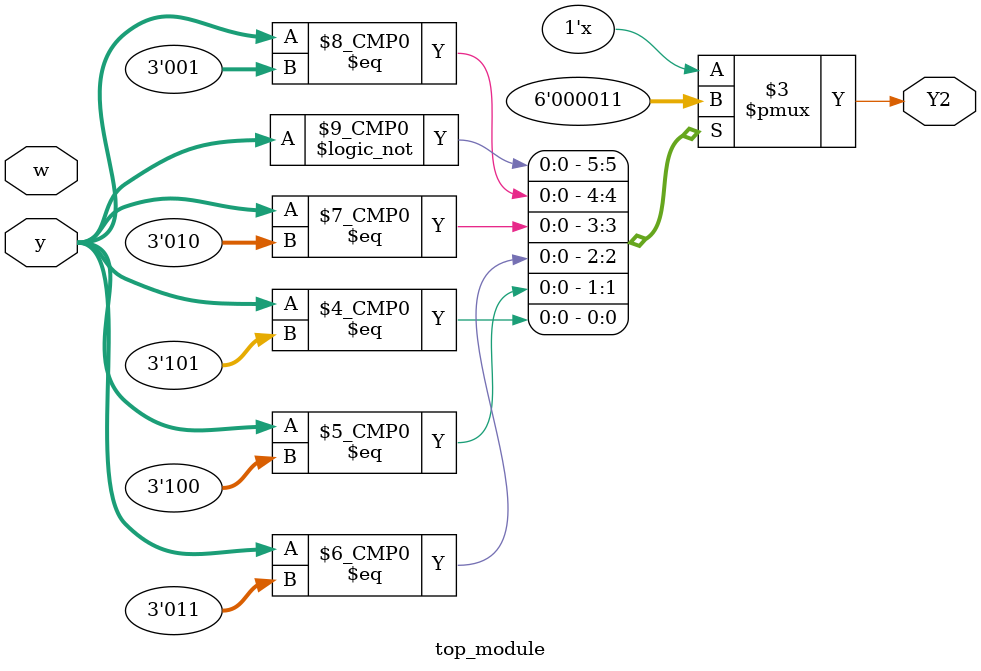
<source format=sv>
module top_module(
	input [3:1] y,
	input w,
	output reg Y2);

    // State encoding
    parameter A = 3'b000;
    parameter B = 3'b001;
    parameter C = 3'b010;
    parameter D = 3'b011;
    parameter E = 3'b100;
    parameter F = 3'b101;

    always @(*) begin
        case (y)
            A:         Y2 = 1'b0;
            B:         Y2 = 1'b0;
            C:         Y2 = 1'b0;
            D:         Y2 = 1'b0;
            E:         Y2 = 1'b1;
            F:         Y2 = 1'b1;
            default:   Y2 = 1'bx;
        endcase
    end
endmodule

</source>
